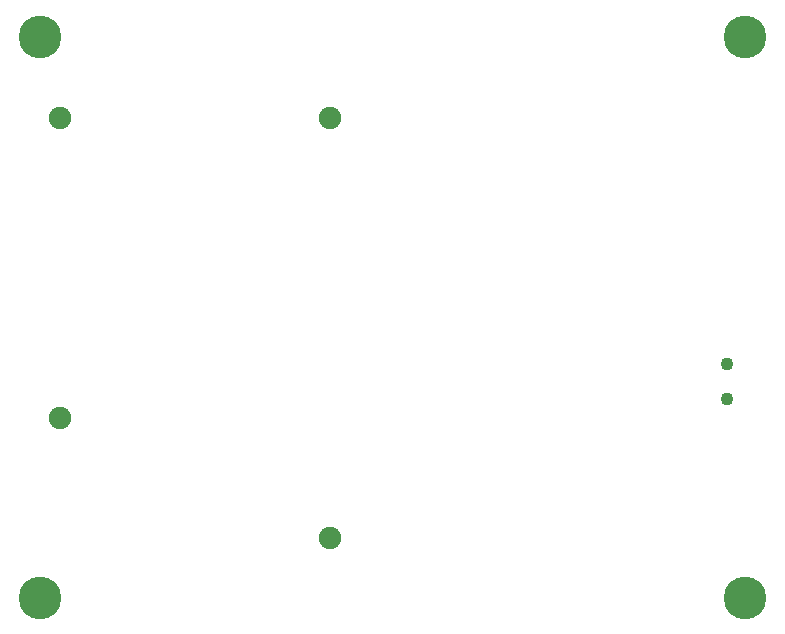
<source format=gbr>
G04 EAGLE Gerber RS-274X export*
G75*
%MOMM*%
%FSLAX34Y34*%
%LPD*%
%INSoldermask Bottom*%
%IPPOS*%
%AMOC8*
5,1,8,0,0,1.08239X$1,22.5*%
G01*
%ADD10C,3.617600*%
%ADD11C,1.901600*%
%ADD12C,1.101600*%


D10*
X622300Y25400D03*
X622300Y500380D03*
D11*
X41910Y177800D03*
X41910Y431800D03*
X270510Y76200D03*
X270510Y431800D03*
D10*
X25400Y25400D03*
X25400Y500380D03*
D12*
X607060Y223280D03*
X607060Y193280D03*
M02*

</source>
